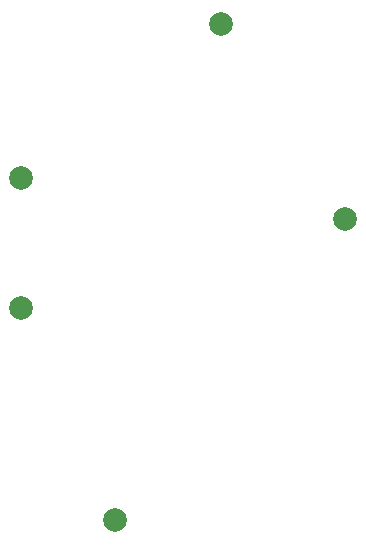
<source format=gbr>
%TF.GenerationSoftware,KiCad,Pcbnew,8.0.4*%
%TF.CreationDate,2024-08-13T18:30:55-04:00*%
%TF.ProjectId,op amp circuit,6f702061-6d70-4206-9369-72637569742e,rev?*%
%TF.SameCoordinates,Original*%
%TF.FileFunction,Soldermask,Bot*%
%TF.FilePolarity,Negative*%
%FSLAX46Y46*%
G04 Gerber Fmt 4.6, Leading zero omitted, Abs format (unit mm)*
G04 Created by KiCad (PCBNEW 8.0.4) date 2024-08-13 18:30:55*
%MOMM*%
%LPD*%
G01*
G04 APERTURE LIST*
%ADD10C,2.000000*%
G04 APERTURE END LIST*
D10*
%TO.C,TP1*%
X127500000Y-103500000D03*
%TD*%
%TO.C,TP5*%
X138000000Y-120000000D03*
%TD*%
%TO.C,TP2*%
X118500000Y-145500000D03*
%TD*%
%TO.C,TP4*%
X110500000Y-116500000D03*
%TD*%
%TO.C,TP3*%
X110500000Y-127500000D03*
%TD*%
M02*

</source>
